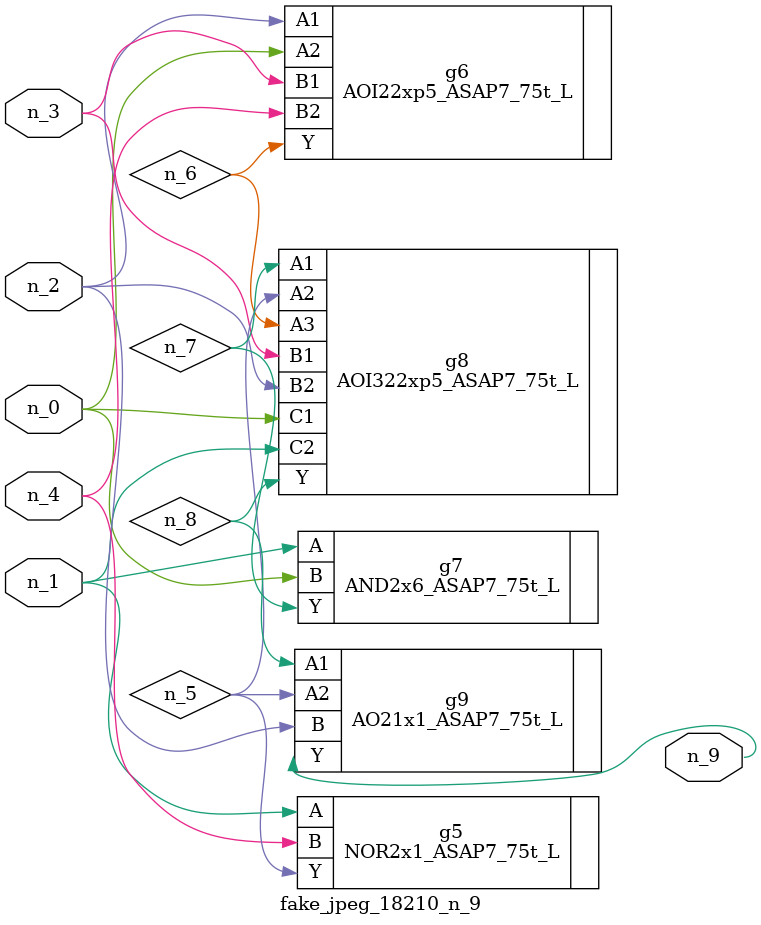
<source format=v>
module fake_jpeg_18210_n_9 (n_3, n_2, n_1, n_0, n_4, n_9);

input n_3;
input n_2;
input n_1;
input n_0;
input n_4;

output n_9;

wire n_8;
wire n_6;
wire n_5;
wire n_7;

NOR2x1_ASAP7_75t_L g5 ( 
.A(n_1),
.B(n_4),
.Y(n_5)
);

AOI22xp5_ASAP7_75t_L g6 ( 
.A1(n_2),
.A2(n_0),
.B1(n_3),
.B2(n_4),
.Y(n_6)
);

AND2x6_ASAP7_75t_L g7 ( 
.A(n_1),
.B(n_0),
.Y(n_7)
);

AOI322xp5_ASAP7_75t_L g8 ( 
.A1(n_7),
.A2(n_5),
.A3(n_6),
.B1(n_3),
.B2(n_2),
.C1(n_0),
.C2(n_1),
.Y(n_8)
);

AO21x1_ASAP7_75t_L g9 ( 
.A1(n_8),
.A2(n_5),
.B(n_2),
.Y(n_9)
);


endmodule
</source>
